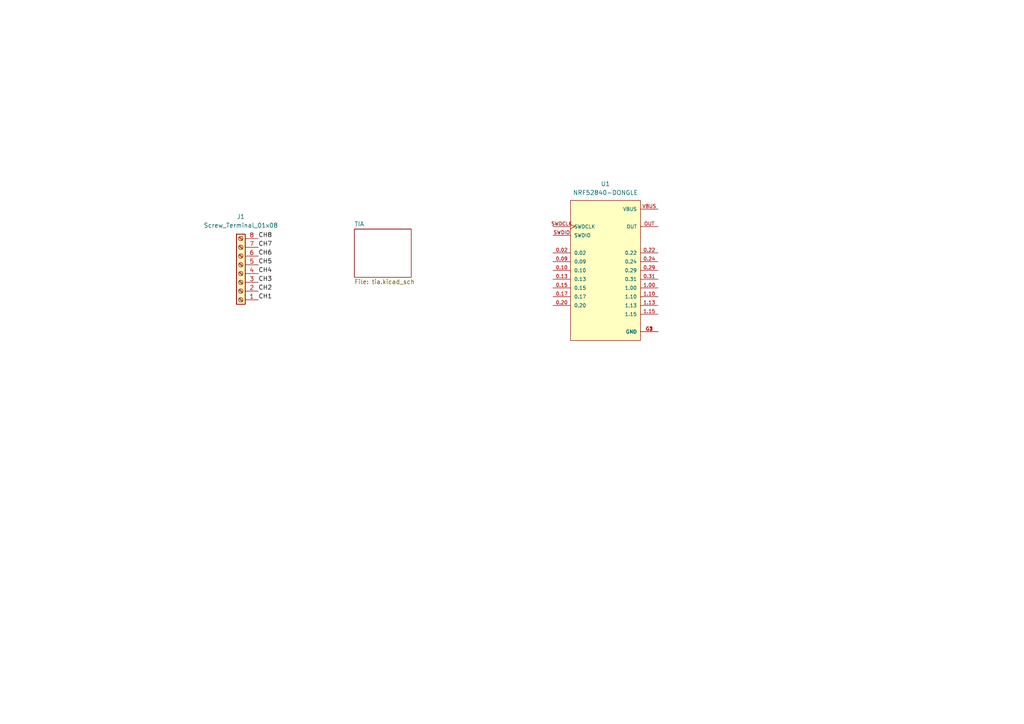
<source format=kicad_sch>
(kicad_sch (version 20211123) (generator eeschema)

  (uuid 9538e4ed-27e6-4c37-b989-9859dc0d49e8)

  (paper "A4")

  (lib_symbols
    (symbol "Connector:Screw_Terminal_01x08" (pin_names (offset 1.016) hide) (in_bom yes) (on_board yes)
      (property "Reference" "J" (id 0) (at 0 10.16 0)
        (effects (font (size 1.27 1.27)))
      )
      (property "Value" "Screw_Terminal_01x08" (id 1) (at 0 -12.7 0)
        (effects (font (size 1.27 1.27)))
      )
      (property "Footprint" "" (id 2) (at 0 0 0)
        (effects (font (size 1.27 1.27)) hide)
      )
      (property "Datasheet" "~" (id 3) (at 0 0 0)
        (effects (font (size 1.27 1.27)) hide)
      )
      (property "ki_keywords" "screw terminal" (id 4) (at 0 0 0)
        (effects (font (size 1.27 1.27)) hide)
      )
      (property "ki_description" "Generic screw terminal, single row, 01x08, script generated (kicad-library-utils/schlib/autogen/connector/)" (id 5) (at 0 0 0)
        (effects (font (size 1.27 1.27)) hide)
      )
      (property "ki_fp_filters" "TerminalBlock*:*" (id 6) (at 0 0 0)
        (effects (font (size 1.27 1.27)) hide)
      )
      (symbol "Screw_Terminal_01x08_1_1"
        (rectangle (start -1.27 8.89) (end 1.27 -11.43)
          (stroke (width 0.254) (type default) (color 0 0 0 0))
          (fill (type background))
        )
        (circle (center 0 -10.16) (radius 0.635)
          (stroke (width 0.1524) (type default) (color 0 0 0 0))
          (fill (type none))
        )
        (circle (center 0 -7.62) (radius 0.635)
          (stroke (width 0.1524) (type default) (color 0 0 0 0))
          (fill (type none))
        )
        (circle (center 0 -5.08) (radius 0.635)
          (stroke (width 0.1524) (type default) (color 0 0 0 0))
          (fill (type none))
        )
        (circle (center 0 -2.54) (radius 0.635)
          (stroke (width 0.1524) (type default) (color 0 0 0 0))
          (fill (type none))
        )
        (polyline
          (pts
            (xy -0.5334 -9.8298)
            (xy 0.3302 -10.668)
          )
          (stroke (width 0.1524) (type default) (color 0 0 0 0))
          (fill (type none))
        )
        (polyline
          (pts
            (xy -0.5334 -7.2898)
            (xy 0.3302 -8.128)
          )
          (stroke (width 0.1524) (type default) (color 0 0 0 0))
          (fill (type none))
        )
        (polyline
          (pts
            (xy -0.5334 -4.7498)
            (xy 0.3302 -5.588)
          )
          (stroke (width 0.1524) (type default) (color 0 0 0 0))
          (fill (type none))
        )
        (polyline
          (pts
            (xy -0.5334 -2.2098)
            (xy 0.3302 -3.048)
          )
          (stroke (width 0.1524) (type default) (color 0 0 0 0))
          (fill (type none))
        )
        (polyline
          (pts
            (xy -0.5334 0.3302)
            (xy 0.3302 -0.508)
          )
          (stroke (width 0.1524) (type default) (color 0 0 0 0))
          (fill (type none))
        )
        (polyline
          (pts
            (xy -0.5334 2.8702)
            (xy 0.3302 2.032)
          )
          (stroke (width 0.1524) (type default) (color 0 0 0 0))
          (fill (type none))
        )
        (polyline
          (pts
            (xy -0.5334 5.4102)
            (xy 0.3302 4.572)
          )
          (stroke (width 0.1524) (type default) (color 0 0 0 0))
          (fill (type none))
        )
        (polyline
          (pts
            (xy -0.5334 7.9502)
            (xy 0.3302 7.112)
          )
          (stroke (width 0.1524) (type default) (color 0 0 0 0))
          (fill (type none))
        )
        (polyline
          (pts
            (xy -0.3556 -9.652)
            (xy 0.508 -10.4902)
          )
          (stroke (width 0.1524) (type default) (color 0 0 0 0))
          (fill (type none))
        )
        (polyline
          (pts
            (xy -0.3556 -7.112)
            (xy 0.508 -7.9502)
          )
          (stroke (width 0.1524) (type default) (color 0 0 0 0))
          (fill (type none))
        )
        (polyline
          (pts
            (xy -0.3556 -4.572)
            (xy 0.508 -5.4102)
          )
          (stroke (width 0.1524) (type default) (color 0 0 0 0))
          (fill (type none))
        )
        (polyline
          (pts
            (xy -0.3556 -2.032)
            (xy 0.508 -2.8702)
          )
          (stroke (width 0.1524) (type default) (color 0 0 0 0))
          (fill (type none))
        )
        (polyline
          (pts
            (xy -0.3556 0.508)
            (xy 0.508 -0.3302)
          )
          (stroke (width 0.1524) (type default) (color 0 0 0 0))
          (fill (type none))
        )
        (polyline
          (pts
            (xy -0.3556 3.048)
            (xy 0.508 2.2098)
          )
          (stroke (width 0.1524) (type default) (color 0 0 0 0))
          (fill (type none))
        )
        (polyline
          (pts
            (xy -0.3556 5.588)
            (xy 0.508 4.7498)
          )
          (stroke (width 0.1524) (type default) (color 0 0 0 0))
          (fill (type none))
        )
        (polyline
          (pts
            (xy -0.3556 8.128)
            (xy 0.508 7.2898)
          )
          (stroke (width 0.1524) (type default) (color 0 0 0 0))
          (fill (type none))
        )
        (circle (center 0 0) (radius 0.635)
          (stroke (width 0.1524) (type default) (color 0 0 0 0))
          (fill (type none))
        )
        (circle (center 0 2.54) (radius 0.635)
          (stroke (width 0.1524) (type default) (color 0 0 0 0))
          (fill (type none))
        )
        (circle (center 0 5.08) (radius 0.635)
          (stroke (width 0.1524) (type default) (color 0 0 0 0))
          (fill (type none))
        )
        (circle (center 0 7.62) (radius 0.635)
          (stroke (width 0.1524) (type default) (color 0 0 0 0))
          (fill (type none))
        )
        (pin passive line (at -5.08 7.62 0) (length 3.81)
          (name "Pin_1" (effects (font (size 1.27 1.27))))
          (number "1" (effects (font (size 1.27 1.27))))
        )
        (pin passive line (at -5.08 5.08 0) (length 3.81)
          (name "Pin_2" (effects (font (size 1.27 1.27))))
          (number "2" (effects (font (size 1.27 1.27))))
        )
        (pin passive line (at -5.08 2.54 0) (length 3.81)
          (name "Pin_3" (effects (font (size 1.27 1.27))))
          (number "3" (effects (font (size 1.27 1.27))))
        )
        (pin passive line (at -5.08 0 0) (length 3.81)
          (name "Pin_4" (effects (font (size 1.27 1.27))))
          (number "4" (effects (font (size 1.27 1.27))))
        )
        (pin passive line (at -5.08 -2.54 0) (length 3.81)
          (name "Pin_5" (effects (font (size 1.27 1.27))))
          (number "5" (effects (font (size 1.27 1.27))))
        )
        (pin passive line (at -5.08 -5.08 0) (length 3.81)
          (name "Pin_6" (effects (font (size 1.27 1.27))))
          (number "6" (effects (font (size 1.27 1.27))))
        )
        (pin passive line (at -5.08 -7.62 0) (length 3.81)
          (name "Pin_7" (effects (font (size 1.27 1.27))))
          (number "7" (effects (font (size 1.27 1.27))))
        )
        (pin passive line (at -5.08 -10.16 0) (length 3.81)
          (name "Pin_8" (effects (font (size 1.27 1.27))))
          (number "8" (effects (font (size 1.27 1.27))))
        )
      )
    )
    (symbol "NRF52840:NRF52840-DONGLE" (pin_names (offset 1.016)) (in_bom yes) (on_board yes)
      (property "Reference" "U" (id 0) (at -10.16 21.082 0)
        (effects (font (size 1.27 1.27)) (justify left bottom))
      )
      (property "Value" "NRF52840-DONGLE" (id 1) (at -10.16 -22.86 0)
        (effects (font (size 1.27 1.27)) (justify left bottom))
      )
      (property "Footprint" "MODULE_NRF52840-DONGLE" (id 2) (at 0 0 0)
        (effects (font (size 1.27 1.27)) (justify left bottom) hide)
      )
      (property "Datasheet" "" (id 3) (at 0 0 0)
        (effects (font (size 1.27 1.27)) (justify left bottom) hide)
      )
      (property "MAXIMUM_PACKAGE_HEIGHT" "N/A" (id 4) (at 0 0 0)
        (effects (font (size 1.27 1.27)) (justify left bottom) hide)
      )
      (property "MANUFACTURER" "Nordic semiconductor" (id 5) (at 0 0 0)
        (effects (font (size 1.27 1.27)) (justify left bottom) hide)
      )
      (property "STANDARD" "Manufacturer Recommendations" (id 6) (at 0 0 0)
        (effects (font (size 1.27 1.27)) (justify left bottom) hide)
      )
      (property "PARTREV" "1.1" (id 7) (at 0 0 0)
        (effects (font (size 1.27 1.27)) (justify left bottom) hide)
      )
      (property "ki_locked" "" (id 8) (at 0 0 0)
        (effects (font (size 1.27 1.27)))
      )
      (symbol "NRF52840-DONGLE_0_0"
        (rectangle (start -10.16 -20.32) (end 10.16 20.32)
          (stroke (width 0.1524) (type default) (color 0 0 0 0))
          (fill (type background))
        )
        (pin bidirectional line (at -15.24 5.08 0) (length 5.08)
          (name "0.02" (effects (font (size 1.016 1.016))))
          (number "0.02" (effects (font (size 1.016 1.016))))
        )
        (pin bidirectional line (at -15.24 2.54 0) (length 5.08)
          (name "0.09" (effects (font (size 1.016 1.016))))
          (number "0.09" (effects (font (size 1.016 1.016))))
        )
        (pin bidirectional line (at -15.24 0 0) (length 5.08)
          (name "0.10" (effects (font (size 1.016 1.016))))
          (number "0.10" (effects (font (size 1.016 1.016))))
        )
        (pin bidirectional line (at -15.24 -2.54 0) (length 5.08)
          (name "0.13" (effects (font (size 1.016 1.016))))
          (number "0.13" (effects (font (size 1.016 1.016))))
        )
        (pin bidirectional line (at -15.24 -5.08 0) (length 5.08)
          (name "0.15" (effects (font (size 1.016 1.016))))
          (number "0.15" (effects (font (size 1.016 1.016))))
        )
        (pin bidirectional line (at -15.24 -7.62 0) (length 5.08)
          (name "0.17" (effects (font (size 1.016 1.016))))
          (number "0.17" (effects (font (size 1.016 1.016))))
        )
        (pin bidirectional line (at -15.24 -10.16 0) (length 5.08)
          (name "0.20" (effects (font (size 1.016 1.016))))
          (number "0.20" (effects (font (size 1.016 1.016))))
        )
        (pin bidirectional line (at 15.24 5.08 180) (length 5.08)
          (name "0.22" (effects (font (size 1.016 1.016))))
          (number "0.22" (effects (font (size 1.016 1.016))))
        )
        (pin bidirectional line (at 15.24 2.54 180) (length 5.08)
          (name "0.24" (effects (font (size 1.016 1.016))))
          (number "0.24" (effects (font (size 1.016 1.016))))
        )
        (pin bidirectional line (at 15.24 0 180) (length 5.08)
          (name "0.29" (effects (font (size 1.016 1.016))))
          (number "0.29" (effects (font (size 1.016 1.016))))
        )
        (pin bidirectional line (at 15.24 -2.54 180) (length 5.08)
          (name "0.31" (effects (font (size 1.016 1.016))))
          (number "0.31" (effects (font (size 1.016 1.016))))
        )
        (pin bidirectional line (at 15.24 -5.08 180) (length 5.08)
          (name "1.00" (effects (font (size 1.016 1.016))))
          (number "1.00" (effects (font (size 1.016 1.016))))
        )
        (pin bidirectional line (at 15.24 -7.62 180) (length 5.08)
          (name "1.10" (effects (font (size 1.016 1.016))))
          (number "1.10" (effects (font (size 1.016 1.016))))
        )
        (pin bidirectional line (at 15.24 -10.16 180) (length 5.08)
          (name "1.13" (effects (font (size 1.016 1.016))))
          (number "1.13" (effects (font (size 1.016 1.016))))
        )
        (pin bidirectional line (at 15.24 -12.7 180) (length 5.08)
          (name "1.15" (effects (font (size 1.016 1.016))))
          (number "1.15" (effects (font (size 1.016 1.016))))
        )
        (pin power_in line (at 15.24 -17.78 180) (length 5.08)
          (name "GND" (effects (font (size 1.016 1.016))))
          (number "G1" (effects (font (size 1.016 1.016))))
        )
        (pin power_in line (at 15.24 -17.78 180) (length 5.08)
          (name "GND" (effects (font (size 1.016 1.016))))
          (number "G2" (effects (font (size 1.016 1.016))))
        )
        (pin power_in line (at 15.24 -17.78 180) (length 5.08)
          (name "GND" (effects (font (size 1.016 1.016))))
          (number "G3" (effects (font (size 1.016 1.016))))
        )
        (pin output line (at 15.24 12.7 180) (length 5.08)
          (name "OUT" (effects (font (size 1.016 1.016))))
          (number "OUT" (effects (font (size 1.016 1.016))))
        )
        (pin input clock (at -15.24 12.7 0) (length 5.08)
          (name "SWDCLK" (effects (font (size 1.016 1.016))))
          (number "SWDCLK" (effects (font (size 1.016 1.016))))
        )
        (pin bidirectional line (at -15.24 10.16 0) (length 5.08)
          (name "SWDIO" (effects (font (size 1.016 1.016))))
          (number "SWDIO" (effects (font (size 1.016 1.016))))
        )
        (pin power_in line (at 15.24 17.78 180) (length 5.08)
          (name "VBUS" (effects (font (size 1.016 1.016))))
          (number "VBUS" (effects (font (size 1.016 1.016))))
        )
      )
    )
  )


  (label "CH4" (at 74.93 79.3496 0)
    (effects (font (size 1.27 1.27)) (justify left bottom))
    (uuid 03bee0d6-08fc-4c3f-9a43-28c61fddebff)
  )
  (label "CH6" (at 74.93 74.2696 0)
    (effects (font (size 1.27 1.27)) (justify left bottom))
    (uuid 4e1bae11-93b4-445c-b6dc-2254f9ace799)
  )
  (label "CH3" (at 74.93 81.8896 0)
    (effects (font (size 1.27 1.27)) (justify left bottom))
    (uuid 78529aa6-d041-47e1-9443-db79cd03ef0a)
  )
  (label "CH5" (at 74.93 76.8096 0)
    (effects (font (size 1.27 1.27)) (justify left bottom))
    (uuid 81105e00-8f27-4b2a-95d5-763be10f19f6)
  )
  (label "CH8" (at 74.93 69.1896 0)
    (effects (font (size 1.27 1.27)) (justify left bottom))
    (uuid a90e0e1e-b851-431e-832e-8b704f24d53e)
  )
  (label "CH1" (at 74.93 86.9696 0)
    (effects (font (size 1.27 1.27)) (justify left bottom))
    (uuid a9e8d92e-5d18-4211-b50c-466e3418678c)
  )
  (label "CH7" (at 74.93 71.7296 0)
    (effects (font (size 1.27 1.27)) (justify left bottom))
    (uuid b384db82-f455-4b5e-af07-1208f60df672)
  )
  (label "CH2" (at 74.93 84.4296 0)
    (effects (font (size 1.27 1.27)) (justify left bottom))
    (uuid e0cec368-bd76-4464-88f1-8ce553715b0c)
  )

  (symbol (lib_id "Connector:Screw_Terminal_01x08") (at 69.85 79.3496 180) (unit 1)
    (in_bom yes) (on_board yes) (fields_autoplaced)
    (uuid 7713734c-7dce-4582-a370-d1fe16981f73)
    (property "Reference" "J1" (id 0) (at 69.85 62.8396 0))
    (property "Value" "Screw_Terminal_01x08" (id 1) (at 69.85 65.3796 0))
    (property "Footprint" "" (id 2) (at 69.85 79.3496 0)
      (effects (font (size 1.27 1.27)) hide)
    )
    (property "Datasheet" "~" (id 3) (at 69.85 79.3496 0)
      (effects (font (size 1.27 1.27)) hide)
    )
    (pin "1" (uuid c2fd5b5d-7641-4084-96b8-f42a4638a100))
    (pin "2" (uuid 3c8256f1-0b55-4038-9966-4f0475fb0575))
    (pin "3" (uuid 1fea326c-1720-4af1-a871-078ff184c2ed))
    (pin "4" (uuid f6f5553d-6d13-4d31-8685-ee9f09e7de72))
    (pin "5" (uuid 5a0efe21-40df-4c5d-ac1a-e275e2aefb49))
    (pin "6" (uuid 4e88443c-d04c-47cf-9562-1bec1a7d0999))
    (pin "7" (uuid 4e394131-6ced-4aac-be44-e7f49001676c))
    (pin "8" (uuid cbc87dc5-60b1-44ef-8261-2bd940430737))
  )

  (symbol (lib_id "NRF52840:NRF52840-DONGLE") (at 175.6156 78.4352 0) (unit 1)
    (in_bom yes) (on_board yes) (fields_autoplaced)
    (uuid 7ea20839-368e-42d0-8725-47fde16d6a61)
    (property "Reference" "U1" (id 0) (at 175.6156 53.34 0))
    (property "Value" "NRF52840-DONGLE" (id 1) (at 175.6156 55.88 0))
    (property "Footprint" "Library:MODULE_NRF52840-DONGLE" (id 2) (at 175.6156 78.4352 0)
      (effects (font (size 1.27 1.27)) (justify left bottom) hide)
    )
    (property "Datasheet" "" (id 3) (at 175.6156 78.4352 0)
      (effects (font (size 1.27 1.27)) (justify left bottom) hide)
    )
    (property "MAXIMUM_PACKAGE_HEIGHT" "N/A" (id 4) (at 175.6156 78.4352 0)
      (effects (font (size 1.27 1.27)) (justify left bottom) hide)
    )
    (property "MANUFACTURER" "Nordic semiconductor" (id 5) (at 175.6156 78.4352 0)
      (effects (font (size 1.27 1.27)) (justify left bottom) hide)
    )
    (property "STANDARD" "Manufacturer Recommendations" (id 6) (at 175.6156 78.4352 0)
      (effects (font (size 1.27 1.27)) (justify left bottom) hide)
    )
    (property "PARTREV" "1.1" (id 7) (at 175.6156 78.4352 0)
      (effects (font (size 1.27 1.27)) (justify left bottom) hide)
    )
    (pin "0.02" (uuid 354f4b4b-5963-48dd-ab63-da3d5a07c512))
    (pin "0.09" (uuid ba1c269a-d15c-4525-8485-2b0a719cda34))
    (pin "0.10" (uuid 07f4f2ac-6780-414f-8b44-d27d2254bcca))
    (pin "0.13" (uuid 4e17d203-d24e-4f77-b36f-3d07e063d714))
    (pin "0.15" (uuid 2b899b87-fd6d-4ba3-813a-e5a16db38d2f))
    (pin "0.17" (uuid 9c7253e1-9850-4b33-b4fc-56bdbda91a5b))
    (pin "0.20" (uuid c84e5afd-6ea2-4095-8a2f-e330c9c92f9a))
    (pin "0.22" (uuid 7bac5d3a-8ab6-4e50-9a09-288d93f8ce0b))
    (pin "0.24" (uuid 27fcce06-5ae8-4ec3-afeb-f1bd74bb7639))
    (pin "0.29" (uuid 71e49205-83e9-4ff7-b43c-b3d21533851f))
    (pin "0.31" (uuid 9536fdec-79d0-4f3f-aa99-0c1d9586f9aa))
    (pin "1.00" (uuid af0c5d05-5e48-49bf-8234-70ea42d44115))
    (pin "1.10" (uuid b3e088c2-02f8-46c0-a7fd-0a03ea4574a9))
    (pin "1.13" (uuid 54a146b6-27ff-4afe-a965-b1f73ace7e26))
    (pin "1.15" (uuid e6f21b88-ba20-4fd1-9ad0-68355a7dd0c4))
    (pin "G1" (uuid ad226ba5-8701-4329-a37e-c4f0895144a6))
    (pin "G2" (uuid 01a56473-c522-45da-bd4e-723fd3127719))
    (pin "G3" (uuid ae5e85a5-4d08-4135-9bd9-a7e9307585dc))
    (pin "OUT" (uuid 2582aa3d-2a1c-41a3-b7c9-acc2efd433e2))
    (pin "SWDCLK" (uuid 36141d8e-443e-4614-929d-7d0a233d042d))
    (pin "SWDIO" (uuid 5d6f9bcc-af82-4f38-93c3-5317e9b49c5b))
    (pin "VBUS" (uuid d67f4d5a-914c-4f20-b199-303df694c0c5))
  )

  (sheet (at 102.7684 66.4464) (size 16.51 13.97) (fields_autoplaced)
    (stroke (width 0.1524) (type solid) (color 0 0 0 0))
    (fill (color 0 0 0 0.0000))
    (uuid b7ff3da9-7842-4918-8953-02d4d40d7f9b)
    (property "Sheet name" "TIA" (id 0) (at 102.7684 65.7348 0)
      (effects (font (size 1.27 1.27)) (justify left bottom))
    )
    (property "Sheet file" "tia.kicad_sch" (id 1) (at 102.7684 81.001 0)
      (effects (font (size 1.27 1.27)) (justify left top))
    )
  )

  (sheet_instances
    (path "/" (page "1"))
    (path "/b7ff3da9-7842-4918-8953-02d4d40d7f9b" (page "2"))
  )

  (symbol_instances
    (path "/b7ff3da9-7842-4918-8953-02d4d40d7f9b/ce052e62-9895-4eaf-b763-02bb1f2f2fc0"
      (reference "#PWR0101") (unit 1) (value "GND") (footprint "")
    )
    (path "/b7ff3da9-7842-4918-8953-02d4d40d7f9b/667ac83c-d822-438c-9f5d-2710e18e7681"
      (reference "#PWR0102") (unit 1) (value "GND") (footprint "")
    )
    (path "/b7ff3da9-7842-4918-8953-02d4d40d7f9b/395876dc-25ca-4ac6-b54f-626217f82dba"
      (reference "#PWR0103") (unit 1) (value "+3.3V") (footprint "")
    )
    (path "/b7ff3da9-7842-4918-8953-02d4d40d7f9b/1fcf4402-3abf-43fc-93d9-78721d05a741"
      (reference "#PWR0104") (unit 1) (value "GND") (footprint "")
    )
    (path "/b7ff3da9-7842-4918-8953-02d4d40d7f9b/958363c9-4e7e-47b4-88b6-002cec8a9803"
      (reference "#PWR0105") (unit 1) (value "GND") (footprint "")
    )
    (path "/b7ff3da9-7842-4918-8953-02d4d40d7f9b/e50ae05c-e860-46a9-a40f-d000a52e3442"
      (reference "#PWR0106") (unit 1) (value "GND") (footprint "")
    )
    (path "/b7ff3da9-7842-4918-8953-02d4d40d7f9b/57b89bb3-166d-4ad0-85be-235f39fd3653"
      (reference "#PWR0107") (unit 1) (value "GND") (footprint "")
    )
    (path "/b7ff3da9-7842-4918-8953-02d4d40d7f9b/8bbcd69b-f543-4ad3-8448-38196bc4df61"
      (reference "#PWR0108") (unit 1) (value "+5V") (footprint "")
    )
    (path "/b7ff3da9-7842-4918-8953-02d4d40d7f9b/d0587138-7aff-4d35-85da-166e8be0a887"
      (reference "#PWR0109") (unit 1) (value "GND") (footprint "")
    )
    (path "/b7ff3da9-7842-4918-8953-02d4d40d7f9b/36f20f2b-df3d-4bc7-a369-fb3ef715bff8"
      (reference "C1") (unit 1) (value "10pF") (footprint "")
    )
    (path "/b7ff3da9-7842-4918-8953-02d4d40d7f9b/f711db5e-77b0-4494-90e8-aecb55e572ba"
      (reference "C2") (unit 1) (value "C") (footprint "")
    )
    (path "/7713734c-7dce-4582-a370-d1fe16981f73"
      (reference "J1") (unit 1) (value "Screw_Terminal_01x08") (footprint "")
    )
    (path "/b7ff3da9-7842-4918-8953-02d4d40d7f9b/60d70fa9-3d1b-45a9-9c52-21967b1f8523"
      (reference "R1") (unit 1) (value "100k") (footprint "")
    )
    (path "/b7ff3da9-7842-4918-8953-02d4d40d7f9b/9ad7de90-dad3-4363-82ad-815ad6c8684b"
      (reference "R2") (unit 1) (value "1M") (footprint "")
    )
    (path "/b7ff3da9-7842-4918-8953-02d4d40d7f9b/ff9f04b5-4f9e-4ac9-8790-22e4ddd6091f"
      (reference "R3") (unit 1) (value "100k") (footprint "")
    )
    (path "/b7ff3da9-7842-4918-8953-02d4d40d7f9b/ad19db20-1f54-4560-8431-a27fd29f7ff7"
      (reference "R4") (unit 1) (value "10k") (footprint "")
    )
    (path "/b7ff3da9-7842-4918-8953-02d4d40d7f9b/0737e7df-534b-4ea4-9965-1826c988f4d3"
      (reference "R5") (unit 1) (value "3k") (footprint "")
    )
    (path "/b7ff3da9-7842-4918-8953-02d4d40d7f9b/42b72fe8-9e97-479d-ac14-742fcc9ad3b5"
      (reference "R6") (unit 1) (value "3k") (footprint "")
    )
    (path "/7ea20839-368e-42d0-8725-47fde16d6a61"
      (reference "U1") (unit 1) (value "NRF52840-DONGLE") (footprint "Library:MODULE_NRF52840-DONGLE")
    )
    (path "/b7ff3da9-7842-4918-8953-02d4d40d7f9b/e6f86a25-2822-42e7-8a59-a03d907af09b"
      (reference "U2") (unit 1) (value "MCP6002-xSN") (footprint "Package_SO:SOIC-8_3.9x4.9mm_P1.27mm")
    )
    (path "/b7ff3da9-7842-4918-8953-02d4d40d7f9b/7d07db6c-2b6a-4a46-bd49-1e71c9b00353"
      (reference "U2") (unit 2) (value "MCP6002-xSN") (footprint "Package_SO:SOIC-8_3.9x4.9mm_P1.27mm")
    )
    (path "/b7ff3da9-7842-4918-8953-02d4d40d7f9b/3391c75e-e1c8-43aa-a009-292b4836a03b"
      (reference "U2") (unit 3) (value "MCP6002-xSN") (footprint "Package_SO:SOIC-8_3.9x4.9mm_P1.27mm")
    )
    (path "/b7ff3da9-7842-4918-8953-02d4d40d7f9b/e4893166-0e48-43d7-aa2c-4723dbb602ea"
      (reference "U3") (unit 1) (value "MCP3421A0T-ECH") (footprint "Package_TO_SOT_SMD:SOT-23-6")
    )
  )
)

</source>
